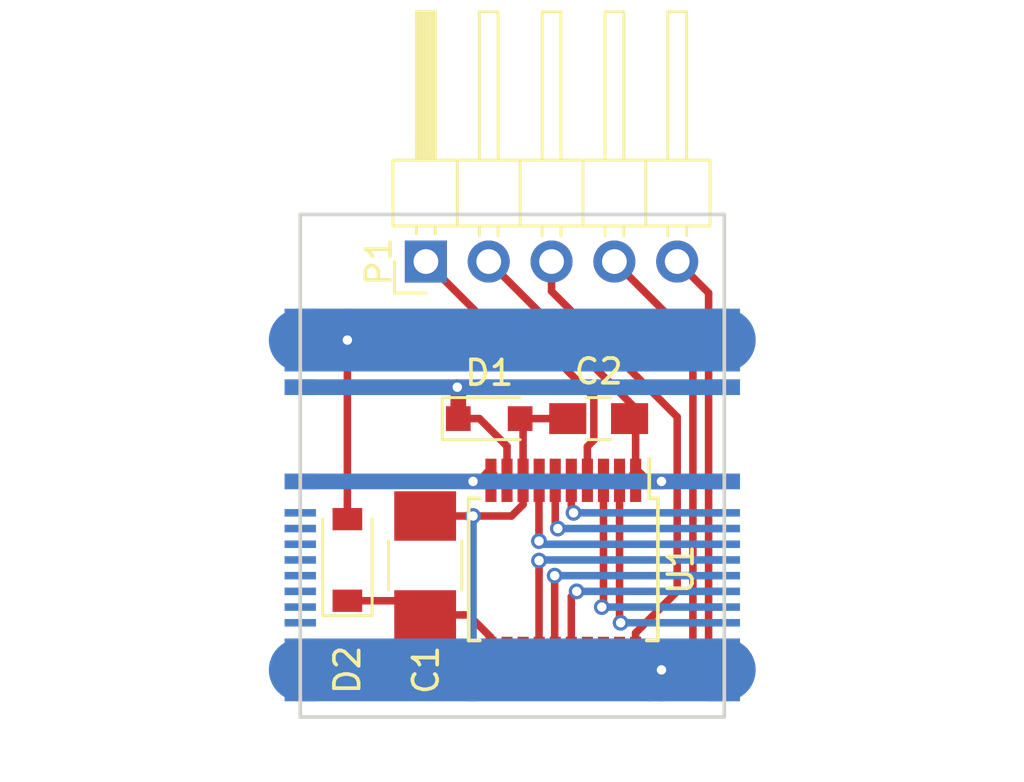
<source format=kicad_pcb>
(kicad_pcb (version 4) (host pcbnew 4.0.6-e0-6349~53~ubuntu16.04.1)

  (general
    (links 31)
    (no_connects 0)
    (area 114.072599 91.507362 155.802401 127.160001)
    (thickness 1.6)
    (drawings 6)
    (tracks 119)
    (zones 0)
    (modules 8)
    (nets 18)
  )

  (page A4)
  (layers
    (0 F.Cu signal)
    (31 B.Cu signal)
    (32 B.Adhes user)
    (33 F.Adhes user)
    (34 B.Paste user)
    (35 F.Paste user)
    (36 B.SilkS user)
    (37 F.SilkS user)
    (38 B.Mask user)
    (39 F.Mask user)
    (40 Dwgs.User user)
    (41 Cmts.User user)
    (42 Eco1.User user)
    (43 Eco2.User user)
    (44 Edge.Cuts user)
    (45 Margin user)
    (46 B.CrtYd user)
    (47 F.CrtYd user)
    (48 B.Fab user hide)
    (49 F.Fab user hide)
  )

  (setup
    (last_trace_width 0.3048)
    (trace_clearance 0.1524)
    (zone_clearance 0.508)
    (zone_45_only no)
    (trace_min 0.1524)
    (segment_width 0.2)
    (edge_width 0.15)
    (via_size 0.635)
    (via_drill 0.381)
    (via_min_size 0.508)
    (via_min_drill 0.254)
    (uvia_size 0.3)
    (uvia_drill 0.1)
    (uvias_allowed no)
    (uvia_min_size 0)
    (uvia_min_drill 0)
    (pcb_text_width 0.3)
    (pcb_text_size 1.5 1.5)
    (mod_edge_width 0.15)
    (mod_text_size 1 1)
    (mod_text_width 0.15)
    (pad_size 1.524 1.524)
    (pad_drill 0.762)
    (pad_to_mask_clearance 0.2)
    (aux_axis_origin 126.365 120.65)
    (visible_elements FFFFEF7F)
    (pcbplotparams
      (layerselection 0x000f0_80000001)
      (usegerberextensions false)
      (excludeedgelayer true)
      (linewidth 0.100000)
      (plotframeref false)
      (viasonmask false)
      (mode 1)
      (useauxorigin true)
      (hpglpennumber 1)
      (hpglpenspeed 20)
      (hpglpendiameter 15)
      (hpglpenoverlay 2)
      (psnegative false)
      (psa4output false)
      (plotreference true)
      (plotvalue true)
      (plotinvisibletext false)
      (padsonsilk false)
      (subtractmaskfromsilk false)
      (outputformat 1)
      (mirror false)
      (drillshape 0)
      (scaleselection 1)
      (outputdirectory gbr))
  )

  (net 0 "")
  (net 1 "Net-(C1-Pad1)")
  (net 2 GND)
  (net 3 +5V)
  (net 4 /LBUS)
  (net 5 +12V)
  (net 6 //MCLR)
  (net 7 /ICSPDAT)
  (net 8 /ICSPCLK)
  (net 9 /RA5)
  (net 10 /RA4)
  (net 11 /RC5)
  (net 12 /RC4)
  (net 13 /RC3)
  (net 14 "Net-(U1-Pad12)")
  (net 15 /RC2)
  (net 16 /RC1)
  (net 17 /RC0)

  (net_class Default "This is the default net class."
    (clearance 0.1524)
    (trace_width 0.3048)
    (via_dia 0.635)
    (via_drill 0.381)
    (uvia_dia 0.3)
    (uvia_drill 0.1)
    (add_net +12V)
    (add_net +5V)
    (add_net //MCLR)
    (add_net /ICSPCLK)
    (add_net /ICSPDAT)
    (add_net /LBUS)
    (add_net /RA4)
    (add_net /RA5)
    (add_net /RC0)
    (add_net /RC1)
    (add_net /RC2)
    (add_net /RC3)
    (add_net /RC4)
    (add_net /RC5)
    (add_net GND)
    (add_net "Net-(C1-Pad1)")
    (add_net "Net-(U1-Pad12)")
  )

  (module Capacitors_SMD:C_1210_HandSoldering (layer F.Cu) (tedit 58AA84FB) (tstamp 597E7C25)
    (at 131.415151 116.427741 90)
    (descr "Capacitor SMD 1210, hand soldering")
    (tags "capacitor 1210")
    (path /597E7A3D)
    (attr smd)
    (fp_text reference C1 (at -4.222259 0.029849 90) (layer F.SilkS)
      (effects (font (size 1 1) (thickness 0.15)))
    )
    (fp_text value 10uF (at 0 2.5 90) (layer F.Fab)
      (effects (font (size 1 1) (thickness 0.15)))
    )
    (fp_text user %R (at 0 0.029849 90) (layer F.Fab)
      (effects (font (size 1 1) (thickness 0.15)))
    )
    (fp_line (start -1.6 1.25) (end -1.6 -1.25) (layer F.Fab) (width 0.1))
    (fp_line (start 1.6 1.25) (end -1.6 1.25) (layer F.Fab) (width 0.1))
    (fp_line (start 1.6 -1.25) (end 1.6 1.25) (layer F.Fab) (width 0.1))
    (fp_line (start -1.6 -1.25) (end 1.6 -1.25) (layer F.Fab) (width 0.1))
    (fp_line (start 1 -1.48) (end -1 -1.48) (layer F.SilkS) (width 0.12))
    (fp_line (start -1 1.48) (end 1 1.48) (layer F.SilkS) (width 0.12))
    (fp_line (start -3.25 -1.5) (end 3.25 -1.5) (layer F.CrtYd) (width 0.05))
    (fp_line (start -3.25 -1.5) (end -3.25 1.5) (layer F.CrtYd) (width 0.05))
    (fp_line (start 3.25 1.5) (end 3.25 -1.5) (layer F.CrtYd) (width 0.05))
    (fp_line (start 3.25 1.5) (end -3.25 1.5) (layer F.CrtYd) (width 0.05))
    (pad 1 smd rect (at -2 0 90) (size 2 2.5) (layers F.Cu F.Paste F.Mask)
      (net 1 "Net-(C1-Pad1)"))
    (pad 2 smd rect (at 2 0 90) (size 2 2.5) (layers F.Cu F.Paste F.Mask)
      (net 2 GND))
    (model Capacitors_SMD.3dshapes/C_1210.wrl
      (at (xyz 0 0 0))
      (scale (xyz 1 1 1))
      (rotate (xyz 0 0 0))
    )
  )

  (module Capacitors_SMD:C_0805_HandSoldering (layer F.Cu) (tedit 58AA84A8) (tstamp 597E7C2B)
    (at 138.43 110.49 180)
    (descr "Capacitor SMD 0805, hand soldering")
    (tags "capacitor 0805")
    (path /597E7A35)
    (attr smd)
    (fp_text reference C2 (at 0 1.905 180) (layer F.SilkS)
      (effects (font (size 1 1) (thickness 0.15)))
    )
    (fp_text value 1uF (at 0 1.75 180) (layer F.Fab)
      (effects (font (size 1 1) (thickness 0.15)))
    )
    (fp_text user %R (at 0 -1.75 180) (layer F.Fab)
      (effects (font (size 1 1) (thickness 0.15)))
    )
    (fp_line (start -1 0.62) (end -1 -0.62) (layer F.Fab) (width 0.1))
    (fp_line (start 1 0.62) (end -1 0.62) (layer F.Fab) (width 0.1))
    (fp_line (start 1 -0.62) (end 1 0.62) (layer F.Fab) (width 0.1))
    (fp_line (start -1 -0.62) (end 1 -0.62) (layer F.Fab) (width 0.1))
    (fp_line (start 0.5 -0.85) (end -0.5 -0.85) (layer F.SilkS) (width 0.12))
    (fp_line (start -0.5 0.85) (end 0.5 0.85) (layer F.SilkS) (width 0.12))
    (fp_line (start -2.25 -0.88) (end 2.25 -0.88) (layer F.CrtYd) (width 0.05))
    (fp_line (start -2.25 -0.88) (end -2.25 0.87) (layer F.CrtYd) (width 0.05))
    (fp_line (start 2.25 0.87) (end 2.25 -0.88) (layer F.CrtYd) (width 0.05))
    (fp_line (start 2.25 0.87) (end -2.25 0.87) (layer F.CrtYd) (width 0.05))
    (pad 1 smd rect (at -1.25 0 180) (size 1.5 1.25) (layers F.Cu F.Paste F.Mask)
      (net 3 +5V))
    (pad 2 smd rect (at 1.25 0 180) (size 1.5 1.25) (layers F.Cu F.Paste F.Mask)
      (net 2 GND))
    (model Capacitors_SMD.3dshapes/C_0805.wrl
      (at (xyz 0 0 0))
      (scale (xyz 1 1 1))
      (rotate (xyz 0 0 0))
    )
  )

  (module Diodes_SMD:D_SOD-323_HandSoldering (layer F.Cu) (tedit 58641869) (tstamp 597E7C31)
    (at 134.005 110.49)
    (descr SOD-323)
    (tags SOD-323)
    (path /597E7A45)
    (attr smd)
    (fp_text reference D1 (at 0 -1.85) (layer F.SilkS)
      (effects (font (size 1 1) (thickness 0.15)))
    )
    (fp_text value RSB36V (at 0.1 1.9) (layer F.Fab)
      (effects (font (size 1 1) (thickness 0.15)))
    )
    (fp_text user %R (at 0 -1.85) (layer F.Fab)
      (effects (font (size 1 1) (thickness 0.15)))
    )
    (fp_line (start -1.9 -0.85) (end -1.9 0.85) (layer F.SilkS) (width 0.12))
    (fp_line (start 0.2 0) (end 0.45 0) (layer F.Fab) (width 0.1))
    (fp_line (start 0.2 0.35) (end -0.3 0) (layer F.Fab) (width 0.1))
    (fp_line (start 0.2 -0.35) (end 0.2 0.35) (layer F.Fab) (width 0.1))
    (fp_line (start -0.3 0) (end 0.2 -0.35) (layer F.Fab) (width 0.1))
    (fp_line (start -0.3 0) (end -0.5 0) (layer F.Fab) (width 0.1))
    (fp_line (start -0.3 -0.35) (end -0.3 0.35) (layer F.Fab) (width 0.1))
    (fp_line (start -0.9 0.7) (end -0.9 -0.7) (layer F.Fab) (width 0.1))
    (fp_line (start 0.9 0.7) (end -0.9 0.7) (layer F.Fab) (width 0.1))
    (fp_line (start 0.9 -0.7) (end 0.9 0.7) (layer F.Fab) (width 0.1))
    (fp_line (start -0.9 -0.7) (end 0.9 -0.7) (layer F.Fab) (width 0.1))
    (fp_line (start -2 -0.95) (end 2 -0.95) (layer F.CrtYd) (width 0.05))
    (fp_line (start 2 -0.95) (end 2 0.95) (layer F.CrtYd) (width 0.05))
    (fp_line (start -2 0.95) (end 2 0.95) (layer F.CrtYd) (width 0.05))
    (fp_line (start -2 -0.95) (end -2 0.95) (layer F.CrtYd) (width 0.05))
    (fp_line (start -1.9 0.85) (end 1.25 0.85) (layer F.SilkS) (width 0.12))
    (fp_line (start -1.9 -0.85) (end 1.25 -0.85) (layer F.SilkS) (width 0.12))
    (pad 1 smd rect (at -1.25 0) (size 1 1) (layers F.Cu F.Paste F.Mask)
      (net 4 /LBUS))
    (pad 2 smd rect (at 1.25 0) (size 1 1) (layers F.Cu F.Paste F.Mask)
      (net 2 GND))
    (model ${KISYS3DMOD}/Diodes_SMD.3dshapes/D_SOD-323.wrl
      (at (xyz 0 0 0))
      (scale (xyz 1 1 1))
      (rotate (xyz 0 0 0))
    )
  )

  (module Diodes_SMD:D_SOD-123 (layer F.Cu) (tedit 58645DC7) (tstamp 597E7C37)
    (at 128.27 116.205 90)
    (descr SOD-123)
    (tags SOD-123)
    (path /597E7A4D)
    (attr smd)
    (fp_text reference D2 (at -4.445 0 90) (layer F.SilkS)
      (effects (font (size 1 1) (thickness 0.15)))
    )
    (fp_text value 1N4148W-7-F (at 0 2.1 90) (layer F.Fab)
      (effects (font (size 1 1) (thickness 0.15)))
    )
    (fp_text user %R (at 0 -2 90) (layer F.Fab)
      (effects (font (size 1 1) (thickness 0.15)))
    )
    (fp_line (start -2.25 -1) (end -2.25 1) (layer F.SilkS) (width 0.12))
    (fp_line (start 0.25 0) (end 0.75 0) (layer F.Fab) (width 0.1))
    (fp_line (start 0.25 0.4) (end -0.35 0) (layer F.Fab) (width 0.1))
    (fp_line (start 0.25 -0.4) (end 0.25 0.4) (layer F.Fab) (width 0.1))
    (fp_line (start -0.35 0) (end 0.25 -0.4) (layer F.Fab) (width 0.1))
    (fp_line (start -0.35 0) (end -0.35 0.55) (layer F.Fab) (width 0.1))
    (fp_line (start -0.35 0) (end -0.35 -0.55) (layer F.Fab) (width 0.1))
    (fp_line (start -0.75 0) (end -0.35 0) (layer F.Fab) (width 0.1))
    (fp_line (start -1.4 0.9) (end -1.4 -0.9) (layer F.Fab) (width 0.1))
    (fp_line (start 1.4 0.9) (end -1.4 0.9) (layer F.Fab) (width 0.1))
    (fp_line (start 1.4 -0.9) (end 1.4 0.9) (layer F.Fab) (width 0.1))
    (fp_line (start -1.4 -0.9) (end 1.4 -0.9) (layer F.Fab) (width 0.1))
    (fp_line (start -2.35 -1.15) (end 2.35 -1.15) (layer F.CrtYd) (width 0.05))
    (fp_line (start 2.35 -1.15) (end 2.35 1.15) (layer F.CrtYd) (width 0.05))
    (fp_line (start 2.35 1.15) (end -2.35 1.15) (layer F.CrtYd) (width 0.05))
    (fp_line (start -2.35 -1.15) (end -2.35 1.15) (layer F.CrtYd) (width 0.05))
    (fp_line (start -2.25 1) (end 1.65 1) (layer F.SilkS) (width 0.12))
    (fp_line (start -2.25 -1) (end 1.65 -1) (layer F.SilkS) (width 0.12))
    (pad 1 smd rect (at -1.65 0 90) (size 0.9 1.2) (layers F.Cu F.Paste F.Mask)
      (net 1 "Net-(C1-Pad1)"))
    (pad 2 smd rect (at 1.65 0 90) (size 0.9 1.2) (layers F.Cu F.Paste F.Mask)
      (net 5 +12V))
    (model ${KISYS3DMOD}/Diodes_SMD.3dshapes/D_SOD-123.wrl
      (at (xyz 0 0 0))
      (scale (xyz 1 1 1))
      (rotate (xyz 0 0 0))
    )
  )

  (module Pin_Headers:Pin_Header_Angled_1x05_Pitch2.54mm (layer F.Cu) (tedit 59650532) (tstamp 597E7C40)
    (at 131.445 104.14 90)
    (descr "Through hole angled pin header, 1x05, 2.54mm pitch, 6mm pin length, single row")
    (tags "Through hole angled pin header THT 1x05 2.54mm single row")
    (path /597E7A7C)
    (fp_text reference P1 (at 0 -1.905 90) (layer F.SilkS)
      (effects (font (size 1 1) (thickness 0.15)))
    )
    (fp_text value MOLEX-22-28-6050 (at 4.385 12.43 90) (layer F.Fab)
      (effects (font (size 1 1) (thickness 0.15)))
    )
    (fp_line (start 2.135 -1.27) (end 4.04 -1.27) (layer F.Fab) (width 0.1))
    (fp_line (start 4.04 -1.27) (end 4.04 11.43) (layer F.Fab) (width 0.1))
    (fp_line (start 4.04 11.43) (end 1.5 11.43) (layer F.Fab) (width 0.1))
    (fp_line (start 1.5 11.43) (end 1.5 -0.635) (layer F.Fab) (width 0.1))
    (fp_line (start 1.5 -0.635) (end 2.135 -1.27) (layer F.Fab) (width 0.1))
    (fp_line (start -0.32 -0.32) (end 1.5 -0.32) (layer F.Fab) (width 0.1))
    (fp_line (start -0.32 -0.32) (end -0.32 0.32) (layer F.Fab) (width 0.1))
    (fp_line (start -0.32 0.32) (end 1.5 0.32) (layer F.Fab) (width 0.1))
    (fp_line (start 4.04 -0.32) (end 10.04 -0.32) (layer F.Fab) (width 0.1))
    (fp_line (start 10.04 -0.32) (end 10.04 0.32) (layer F.Fab) (width 0.1))
    (fp_line (start 4.04 0.32) (end 10.04 0.32) (layer F.Fab) (width 0.1))
    (fp_line (start -0.32 2.22) (end 1.5 2.22) (layer F.Fab) (width 0.1))
    (fp_line (start -0.32 2.22) (end -0.32 2.86) (layer F.Fab) (width 0.1))
    (fp_line (start -0.32 2.86) (end 1.5 2.86) (layer F.Fab) (width 0.1))
    (fp_line (start 4.04 2.22) (end 10.04 2.22) (layer F.Fab) (width 0.1))
    (fp_line (start 10.04 2.22) (end 10.04 2.86) (layer F.Fab) (width 0.1))
    (fp_line (start 4.04 2.86) (end 10.04 2.86) (layer F.Fab) (width 0.1))
    (fp_line (start -0.32 4.76) (end 1.5 4.76) (layer F.Fab) (width 0.1))
    (fp_line (start -0.32 4.76) (end -0.32 5.4) (layer F.Fab) (width 0.1))
    (fp_line (start -0.32 5.4) (end 1.5 5.4) (layer F.Fab) (width 0.1))
    (fp_line (start 4.04 4.76) (end 10.04 4.76) (layer F.Fab) (width 0.1))
    (fp_line (start 10.04 4.76) (end 10.04 5.4) (layer F.Fab) (width 0.1))
    (fp_line (start 4.04 5.4) (end 10.04 5.4) (layer F.Fab) (width 0.1))
    (fp_line (start -0.32 7.3) (end 1.5 7.3) (layer F.Fab) (width 0.1))
    (fp_line (start -0.32 7.3) (end -0.32 7.94) (layer F.Fab) (width 0.1))
    (fp_line (start -0.32 7.94) (end 1.5 7.94) (layer F.Fab) (width 0.1))
    (fp_line (start 4.04 7.3) (end 10.04 7.3) (layer F.Fab) (width 0.1))
    (fp_line (start 10.04 7.3) (end 10.04 7.94) (layer F.Fab) (width 0.1))
    (fp_line (start 4.04 7.94) (end 10.04 7.94) (layer F.Fab) (width 0.1))
    (fp_line (start -0.32 9.84) (end 1.5 9.84) (layer F.Fab) (width 0.1))
    (fp_line (start -0.32 9.84) (end -0.32 10.48) (layer F.Fab) (width 0.1))
    (fp_line (start -0.32 10.48) (end 1.5 10.48) (layer F.Fab) (width 0.1))
    (fp_line (start 4.04 9.84) (end 10.04 9.84) (layer F.Fab) (width 0.1))
    (fp_line (start 10.04 9.84) (end 10.04 10.48) (layer F.Fab) (width 0.1))
    (fp_line (start 4.04 10.48) (end 10.04 10.48) (layer F.Fab) (width 0.1))
    (fp_line (start 1.44 -1.33) (end 1.44 11.49) (layer F.SilkS) (width 0.12))
    (fp_line (start 1.44 11.49) (end 4.1 11.49) (layer F.SilkS) (width 0.12))
    (fp_line (start 4.1 11.49) (end 4.1 -1.33) (layer F.SilkS) (width 0.12))
    (fp_line (start 4.1 -1.33) (end 1.44 -1.33) (layer F.SilkS) (width 0.12))
    (fp_line (start 4.1 -0.38) (end 10.1 -0.38) (layer F.SilkS) (width 0.12))
    (fp_line (start 10.1 -0.38) (end 10.1 0.38) (layer F.SilkS) (width 0.12))
    (fp_line (start 10.1 0.38) (end 4.1 0.38) (layer F.SilkS) (width 0.12))
    (fp_line (start 4.1 -0.32) (end 10.1 -0.32) (layer F.SilkS) (width 0.12))
    (fp_line (start 4.1 -0.2) (end 10.1 -0.2) (layer F.SilkS) (width 0.12))
    (fp_line (start 4.1 -0.08) (end 10.1 -0.08) (layer F.SilkS) (width 0.12))
    (fp_line (start 4.1 0.04) (end 10.1 0.04) (layer F.SilkS) (width 0.12))
    (fp_line (start 4.1 0.16) (end 10.1 0.16) (layer F.SilkS) (width 0.12))
    (fp_line (start 4.1 0.28) (end 10.1 0.28) (layer F.SilkS) (width 0.12))
    (fp_line (start 1.11 -0.38) (end 1.44 -0.38) (layer F.SilkS) (width 0.12))
    (fp_line (start 1.11 0.38) (end 1.44 0.38) (layer F.SilkS) (width 0.12))
    (fp_line (start 1.44 1.27) (end 4.1 1.27) (layer F.SilkS) (width 0.12))
    (fp_line (start 4.1 2.16) (end 10.1 2.16) (layer F.SilkS) (width 0.12))
    (fp_line (start 10.1 2.16) (end 10.1 2.92) (layer F.SilkS) (width 0.12))
    (fp_line (start 10.1 2.92) (end 4.1 2.92) (layer F.SilkS) (width 0.12))
    (fp_line (start 1.042929 2.16) (end 1.44 2.16) (layer F.SilkS) (width 0.12))
    (fp_line (start 1.042929 2.92) (end 1.44 2.92) (layer F.SilkS) (width 0.12))
    (fp_line (start 1.44 3.81) (end 4.1 3.81) (layer F.SilkS) (width 0.12))
    (fp_line (start 4.1 4.7) (end 10.1 4.7) (layer F.SilkS) (width 0.12))
    (fp_line (start 10.1 4.7) (end 10.1 5.46) (layer F.SilkS) (width 0.12))
    (fp_line (start 10.1 5.46) (end 4.1 5.46) (layer F.SilkS) (width 0.12))
    (fp_line (start 1.042929 4.7) (end 1.44 4.7) (layer F.SilkS) (width 0.12))
    (fp_line (start 1.042929 5.46) (end 1.44 5.46) (layer F.SilkS) (width 0.12))
    (fp_line (start 1.44 6.35) (end 4.1 6.35) (layer F.SilkS) (width 0.12))
    (fp_line (start 4.1 7.24) (end 10.1 7.24) (layer F.SilkS) (width 0.12))
    (fp_line (start 10.1 7.24) (end 10.1 8) (layer F.SilkS) (width 0.12))
    (fp_line (start 10.1 8) (end 4.1 8) (layer F.SilkS) (width 0.12))
    (fp_line (start 1.042929 7.24) (end 1.44 7.24) (layer F.SilkS) (width 0.12))
    (fp_line (start 1.042929 8) (end 1.44 8) (layer F.SilkS) (width 0.12))
    (fp_line (start 1.44 8.89) (end 4.1 8.89) (layer F.SilkS) (width 0.12))
    (fp_line (start 4.1 9.78) (end 10.1 9.78) (layer F.SilkS) (width 0.12))
    (fp_line (start 10.1 9.78) (end 10.1 10.54) (layer F.SilkS) (width 0.12))
    (fp_line (start 10.1 10.54) (end 4.1 10.54) (layer F.SilkS) (width 0.12))
    (fp_line (start 1.042929 9.78) (end 1.44 9.78) (layer F.SilkS) (width 0.12))
    (fp_line (start 1.042929 10.54) (end 1.44 10.54) (layer F.SilkS) (width 0.12))
    (fp_line (start -1.27 0) (end -1.27 -1.27) (layer F.SilkS) (width 0.12))
    (fp_line (start -1.27 -1.27) (end 0 -1.27) (layer F.SilkS) (width 0.12))
    (fp_line (start -1.8 -1.8) (end -1.8 11.95) (layer F.CrtYd) (width 0.05))
    (fp_line (start -1.8 11.95) (end 10.55 11.95) (layer F.CrtYd) (width 0.05))
    (fp_line (start 10.55 11.95) (end 10.55 -1.8) (layer F.CrtYd) (width 0.05))
    (fp_line (start 10.55 -1.8) (end -1.8 -1.8) (layer F.CrtYd) (width 0.05))
    (fp_text user %R (at 2.77 5.08 180) (layer F.Fab)
      (effects (font (size 1 1) (thickness 0.15)))
    )
    (pad 1 thru_hole rect (at 0 0 90) (size 1.7 1.7) (drill 1) (layers *.Cu *.Mask)
      (net 6 //MCLR))
    (pad 2 thru_hole oval (at 0 2.54 90) (size 1.7 1.7) (drill 1) (layers *.Cu *.Mask)
      (net 3 +5V))
    (pad 3 thru_hole oval (at 0 5.08 90) (size 1.7 1.7) (drill 1) (layers *.Cu *.Mask)
      (net 2 GND))
    (pad 4 thru_hole oval (at 0 7.62 90) (size 1.7 1.7) (drill 1) (layers *.Cu *.Mask)
      (net 7 /ICSPDAT))
    (pad 5 thru_hole oval (at 0 10.16 90) (size 1.7 1.7) (drill 1) (layers *.Cu *.Mask)
      (net 8 /ICSPCLK))
    (model ${KISYS3DMOD}/Pin_Headers.3dshapes/Pin_Header_Angled_1x05_Pitch2.54mm.wrl
      (at (xyz 0 0 0))
      (scale (xyz 1 1 1))
      (rotate (xyz 0 0 0))
    )
  )

  (module Housings_SSOP:SSOP-20_5.3x7.2mm_Pitch0.65mm (layer F.Cu) (tedit 54130A77) (tstamp 597E7C58)
    (at 136.999151 116.586 270)
    (descr "20-Lead Plastic Shrink Small Outline (SS)-5.30 mm Body [SSOP] (see Microchip Packaging Specification 00000049BS.pdf)")
    (tags "SSOP 0.65")
    (path /597E7A99)
    (attr smd)
    (fp_text reference U1 (at 0 -4.75 270) (layer F.SilkS)
      (effects (font (size 1 1) (thickness 0.15)))
    )
    (fp_text value PIC16F1829LIN (at 0 4.75 270) (layer F.Fab)
      (effects (font (size 1 1) (thickness 0.15)))
    )
    (fp_line (start -1.65 -3.6) (end 2.65 -3.6) (layer F.Fab) (width 0.15))
    (fp_line (start 2.65 -3.6) (end 2.65 3.6) (layer F.Fab) (width 0.15))
    (fp_line (start 2.65 3.6) (end -2.65 3.6) (layer F.Fab) (width 0.15))
    (fp_line (start -2.65 3.6) (end -2.65 -2.6) (layer F.Fab) (width 0.15))
    (fp_line (start -2.65 -2.6) (end -1.65 -3.6) (layer F.Fab) (width 0.15))
    (fp_line (start -4.75 -4) (end -4.75 4) (layer F.CrtYd) (width 0.05))
    (fp_line (start 4.75 -4) (end 4.75 4) (layer F.CrtYd) (width 0.05))
    (fp_line (start -4.75 -4) (end 4.75 -4) (layer F.CrtYd) (width 0.05))
    (fp_line (start -4.75 4) (end 4.75 4) (layer F.CrtYd) (width 0.05))
    (fp_line (start -2.875 -3.825) (end -2.875 -3.475) (layer F.SilkS) (width 0.15))
    (fp_line (start 2.875 -3.825) (end 2.875 -3.375) (layer F.SilkS) (width 0.15))
    (fp_line (start 2.875 3.825) (end 2.875 3.375) (layer F.SilkS) (width 0.15))
    (fp_line (start -2.875 3.825) (end -2.875 3.375) (layer F.SilkS) (width 0.15))
    (fp_line (start -2.875 -3.825) (end 2.875 -3.825) (layer F.SilkS) (width 0.15))
    (fp_line (start -2.875 3.825) (end 2.875 3.825) (layer F.SilkS) (width 0.15))
    (fp_line (start -2.875 -3.475) (end -4.475 -3.475) (layer F.SilkS) (width 0.15))
    (fp_text user %R (at 0 0 270) (layer F.Fab)
      (effects (font (size 0.8 0.8) (thickness 0.15)))
    )
    (pad 1 smd rect (at -3.6 -2.925 270) (size 1.75 0.45) (layers F.Cu F.Paste F.Mask)
      (net 3 +5V))
    (pad 2 smd rect (at -3.6 -2.275 270) (size 1.75 0.45) (layers F.Cu F.Paste F.Mask)
      (net 9 /RA5))
    (pad 3 smd rect (at -3.6 -1.625 270) (size 1.75 0.45) (layers F.Cu F.Paste F.Mask)
      (net 10 /RA4))
    (pad 4 smd rect (at -3.6 -0.975 270) (size 1.75 0.45) (layers F.Cu F.Paste F.Mask)
      (net 6 //MCLR))
    (pad 5 smd rect (at -3.6 -0.325 270) (size 1.75 0.45) (layers F.Cu F.Paste F.Mask)
      (net 11 /RC5))
    (pad 6 smd rect (at -3.6 0.325 270) (size 1.75 0.45) (layers F.Cu F.Paste F.Mask)
      (net 12 /RC4))
    (pad 7 smd rect (at -3.6 0.975 270) (size 1.75 0.45) (layers F.Cu F.Paste F.Mask)
      (net 13 /RC3))
    (pad 8 smd rect (at -3.6 1.625 270) (size 1.75 0.45) (layers F.Cu F.Paste F.Mask)
      (net 2 GND))
    (pad 9 smd rect (at -3.6 2.275 270) (size 1.75 0.45) (layers F.Cu F.Paste F.Mask)
      (net 4 /LBUS))
    (pad 10 smd rect (at -3.6 2.925 270) (size 1.75 0.45) (layers F.Cu F.Paste F.Mask)
      (net 3 +5V))
    (pad 11 smd rect (at 3.6 2.925 270) (size 1.75 0.45) (layers F.Cu F.Paste F.Mask)
      (net 1 "Net-(C1-Pad1)"))
    (pad 12 smd rect (at 3.6 2.275 270) (size 1.75 0.45) (layers F.Cu F.Paste F.Mask)
      (net 14 "Net-(U1-Pad12)"))
    (pad 13 smd rect (at 3.6 1.625 270) (size 1.75 0.45) (layers F.Cu F.Paste F.Mask)
      (net 14 "Net-(U1-Pad12)"))
    (pad 14 smd rect (at 3.6 0.975 270) (size 1.75 0.45) (layers F.Cu F.Paste F.Mask)
      (net 15 /RC2))
    (pad 15 smd rect (at 3.6 0.325 270) (size 1.75 0.45) (layers F.Cu F.Paste F.Mask)
      (net 16 /RC1))
    (pad 16 smd rect (at 3.6 -0.325 270) (size 1.75 0.45) (layers F.Cu F.Paste F.Mask)
      (net 17 /RC0))
    (pad 17 smd rect (at 3.6 -0.975 270) (size 1.75 0.45) (layers F.Cu F.Paste F.Mask))
    (pad 18 smd rect (at 3.6 -1.625 270) (size 1.75 0.45) (layers F.Cu F.Paste F.Mask)
      (net 8 /ICSPCLK))
    (pad 19 smd rect (at 3.6 -2.275 270) (size 1.75 0.45) (layers F.Cu F.Paste F.Mask)
      (net 7 /ICSPDAT))
    (pad 20 smd rect (at 3.6 -2.925 270) (size 1.75 0.45) (layers F.Cu F.Paste F.Mask)
      (net 2 GND))
    (model ${KISYS3DMOD}/Housings_SSOP.3dshapes/SSOP-20_5.3x7.2mm_Pitch0.65mm.wrl
      (at (xyz 0 0 0))
      (scale (xyz 1 1 1))
      (rotate (xyz 0 0 0))
    )
  )

  (module interface:interface (layer F.Cu) (tedit 597E72C6) (tstamp 597E7C68)
    (at 126.365 102.87)
    (path /597E7E88)
    (fp_text reference X1 (at 0 20.32) (layer F.SilkS) hide
      (effects (font (size 1 1) (thickness 0.15)))
    )
    (fp_text value interface (at 0 -1.27) (layer F.Fab) hide
      (effects (font (size 1 1) (thickness 0.15)))
    )
    (fp_line (start -5.715 4.445) (end -5.715 5.715) (layer F.Fab) (width 0.15))
    (fp_line (start -5.08 5.08) (end -6.35 5.08) (layer F.Fab) (width 0.15))
    (fp_line (start 5.715 4.445) (end 5.715 5.715) (layer F.Fab) (width 0.15))
    (fp_line (start 5.08 5.08) (end 6.35 5.08) (layer F.Fab) (width 0.15))
    (fp_line (start -11.43 -0.635) (end -11.43 0) (layer F.Fab) (width 0.15))
    (fp_line (start -12.065 -0.635) (end -10.795 -0.635) (layer F.Fab) (width 0.15))
    (fp_line (start -12.065 19.685) (end -10.795 19.685) (layer F.Fab) (width 0.15))
    (fp_line (start -11.43 19.685) (end -11.43 19.05) (layer F.Fab) (width 0.15))
    (fp_line (start 11.43 -0.635) (end 11.43 0) (layer F.Fab) (width 0.15))
    (fp_line (start 10.795 -0.635) (end 12.065 -0.635) (layer F.Fab) (width 0.15))
    (fp_line (start 0 -0.635) (end 0 0) (layer F.Fab) (width 0.15))
    (fp_line (start -0.635 -0.635) (end 0.635 -0.635) (layer F.Fab) (width 0.15))
    (fp_line (start 10.795 19.685) (end 12.065 19.685) (layer F.Fab) (width 0.15))
    (fp_line (start 11.43 19.685) (end 11.43 19.05) (layer F.Fab) (width 0.15))
    (fp_line (start 0 19.05) (end 0 19.685) (layer F.Fab) (width 0.15))
    (fp_line (start -0.635 19.685) (end 0.635 19.685) (layer F.Fab) (width 0.15))
    (pad 1 smd rect (at 0 4.445) (size 1.27 2.54) (layers B.Cu)
      (net 5 +12V))
    (pad 2 smd rect (at 0 17.78) (size 1.27 2.54) (layers B.Cu)
      (net 2 GND))
    (pad 3 smd rect (at 0 6.35) (size 1.27 0.635) (layers B.Cu)
      (net 4 /LBUS))
    (pad 5 smd rect (at 0 11.43) (size 1.27 0.3048) (layers B.Cu))
    (pad 6 smd rect (at 0 12.065) (size 1.27 0.3048) (layers B.Cu))
    (pad 7 smd rect (at 0 12.7) (size 1.27 0.3048) (layers B.Cu))
    (pad 8 smd rect (at 0 13.335) (size 1.27 0.3048) (layers B.Cu))
    (pad 9 smd rect (at 0 13.97) (size 1.27 0.3048) (layers B.Cu))
    (pad 10 smd rect (at 0 14.605) (size 1.27 0.3048) (layers B.Cu))
    (pad 11 smd rect (at 0 15.24) (size 1.27 0.3048) (layers B.Cu))
    (pad 12 smd rect (at 0 15.875) (size 1.27 0.3048) (layers B.Cu))
    (pad 4 smd rect (at 0 10.16) (size 1.27 0.635) (layers B.Cu)
      (net 3 +5V))
  )

  (module interface:interface (layer F.Cu) (tedit 597E72C6) (tstamp 597E7C78)
    (at 143.51 102.87)
    (path /597E7CE4)
    (fp_text reference X2 (at 0 20.32) (layer F.SilkS) hide
      (effects (font (size 1 1) (thickness 0.15)))
    )
    (fp_text value interface (at 0 -1.27) (layer F.Fab) hide
      (effects (font (size 1 1) (thickness 0.15)))
    )
    (fp_line (start -5.715 4.445) (end -5.715 5.715) (layer F.Fab) (width 0.15))
    (fp_line (start -5.08 5.08) (end -6.35 5.08) (layer F.Fab) (width 0.15))
    (fp_line (start 5.715 4.445) (end 5.715 5.715) (layer F.Fab) (width 0.15))
    (fp_line (start 5.08 5.08) (end 6.35 5.08) (layer F.Fab) (width 0.15))
    (fp_line (start -11.43 -0.635) (end -11.43 0) (layer F.Fab) (width 0.15))
    (fp_line (start -12.065 -0.635) (end -10.795 -0.635) (layer F.Fab) (width 0.15))
    (fp_line (start -12.065 19.685) (end -10.795 19.685) (layer F.Fab) (width 0.15))
    (fp_line (start -11.43 19.685) (end -11.43 19.05) (layer F.Fab) (width 0.15))
    (fp_line (start 11.43 -0.635) (end 11.43 0) (layer F.Fab) (width 0.15))
    (fp_line (start 10.795 -0.635) (end 12.065 -0.635) (layer F.Fab) (width 0.15))
    (fp_line (start 0 -0.635) (end 0 0) (layer F.Fab) (width 0.15))
    (fp_line (start -0.635 -0.635) (end 0.635 -0.635) (layer F.Fab) (width 0.15))
    (fp_line (start 10.795 19.685) (end 12.065 19.685) (layer F.Fab) (width 0.15))
    (fp_line (start 11.43 19.685) (end 11.43 19.05) (layer F.Fab) (width 0.15))
    (fp_line (start 0 19.05) (end 0 19.685) (layer F.Fab) (width 0.15))
    (fp_line (start -0.635 19.685) (end 0.635 19.685) (layer F.Fab) (width 0.15))
    (pad 1 smd rect (at 0 4.445) (size 1.27 2.54) (layers B.Cu)
      (net 5 +12V))
    (pad 2 smd rect (at 0 17.78) (size 1.27 2.54) (layers B.Cu)
      (net 2 GND))
    (pad 3 smd rect (at 0 6.35) (size 1.27 0.635) (layers B.Cu)
      (net 4 /LBUS))
    (pad 5 smd rect (at 0 11.43) (size 1.27 0.3048) (layers B.Cu)
      (net 11 /RC5))
    (pad 6 smd rect (at 0 12.065) (size 1.27 0.3048) (layers B.Cu)
      (net 12 /RC4))
    (pad 7 smd rect (at 0 12.7) (size 1.27 0.3048) (layers B.Cu)
      (net 13 /RC3))
    (pad 8 smd rect (at 0 13.335) (size 1.27 0.3048) (layers B.Cu)
      (net 15 /RC2))
    (pad 9 smd rect (at 0 13.97) (size 1.27 0.3048) (layers B.Cu)
      (net 16 /RC1))
    (pad 10 smd rect (at 0 14.605) (size 1.27 0.3048) (layers B.Cu)
      (net 17 /RC0))
    (pad 11 smd rect (at 0 15.24) (size 1.27 0.3048) (layers B.Cu)
      (net 10 /RA4))
    (pad 12 smd rect (at 0 15.875) (size 1.27 0.3048) (layers B.Cu)
      (net 9 /RA5))
    (pad 4 smd rect (at 0 10.16) (size 1.27 0.635) (layers B.Cu)
      (net 3 +5V))
  )

  (dimension 17.145 (width 0.3) (layer Dwgs.User)
    (gr_text "0.6750 in" (at 134.9375 125.81) (layer Dwgs.User)
      (effects (font (size 1.5 1.5) (thickness 0.3)))
    )
    (feature1 (pts (xy 143.51 122.555) (xy 143.51 127.16)))
    (feature2 (pts (xy 126.365 122.555) (xy 126.365 127.16)))
    (crossbar (pts (xy 126.365 124.46) (xy 143.51 124.46)))
    (arrow1a (pts (xy 143.51 124.46) (xy 142.383496 125.046421)))
    (arrow1b (pts (xy 143.51 124.46) (xy 142.383496 123.873579)))
    (arrow2a (pts (xy 126.365 124.46) (xy 127.491504 125.046421)))
    (arrow2b (pts (xy 126.365 124.46) (xy 127.491504 123.873579)))
  )
  (dimension 20.32 (width 0.3) (layer Dwgs.User)
    (gr_text "0.8000 in" (at 147.4 112.395 270) (layer Dwgs.User)
      (effects (font (size 1.5 1.5) (thickness 0.3)))
    )
    (feature1 (pts (xy 143.51 122.555) (xy 148.75 122.555)))
    (feature2 (pts (xy 143.51 102.235) (xy 148.75 102.235)))
    (crossbar (pts (xy 146.05 102.235) (xy 146.05 122.555)))
    (arrow1a (pts (xy 146.05 122.555) (xy 145.463579 121.428496)))
    (arrow1b (pts (xy 146.05 122.555) (xy 146.636421 121.428496)))
    (arrow2a (pts (xy 146.05 102.235) (xy 145.463579 103.361504)))
    (arrow2b (pts (xy 146.05 102.235) (xy 146.636421 103.361504)))
  )
  (gr_line (start 126.365 122.555) (end 143.51 122.555) (layer Edge.Cuts) (width 0.15))
  (gr_line (start 126.365 102.235) (end 126.365 122.555) (layer Edge.Cuts) (width 0.15))
  (gr_line (start 143.51 102.235) (end 126.365 102.235) (layer Edge.Cuts) (width 0.15))
  (gr_line (start 143.51 122.555) (end 143.51 102.235) (layer Edge.Cuts) (width 0.15))

  (segment (start 128.27 117.855) (end 130.84241 117.855) (width 0.3048) (layer F.Cu) (net 1))
  (segment (start 130.84241 117.855) (end 131.415151 118.427741) (width 0.3048) (layer F.Cu) (net 1))
  (segment (start 131.150115 118.692777) (end 131.415151 118.427741) (width 0.3048) (layer F.Cu) (net 1))
  (segment (start 134.074151 119.983741) (end 134.074151 119.333741) (width 0.3048) (layer F.Cu) (net 1))
  (segment (start 134.074151 119.333741) (end 133.168151 118.427741) (width 0.3048) (layer F.Cu) (net 1))
  (segment (start 133.168151 118.427741) (end 132.969951 118.427741) (width 0.3048) (layer F.Cu) (net 1))
  (segment (start 132.969951 118.427741) (end 131.415151 118.427741) (width 0.3048) (layer F.Cu) (net 1))
  (segment (start 143.51 120.65) (end 140.970014 120.65) (width 2.54) (layer B.Cu) (net 2))
  (segment (start 140.970014 120.65) (end 140.97 120.649986) (width 2.54) (layer B.Cu) (net 2))
  (segment (start 133.35 120.65) (end 126.365 120.65) (width 2.54) (layer B.Cu) (net 2))
  (segment (start 136.525 104.14) (end 136.525 105.342081) (width 0.3048) (layer F.Cu) (net 2))
  (segment (start 136.525 105.342081) (end 141.605 110.422081) (width 0.3048) (layer F.Cu) (net 2))
  (segment (start 141.605 117.475) (end 139.924151 119.155849) (width 0.3048) (layer F.Cu) (net 2))
  (segment (start 141.605 110.422081) (end 141.605 117.475) (width 0.3048) (layer F.Cu) (net 2))
  (segment (start 139.924151 119.155849) (end 139.924151 119.983741) (width 0.3048) (layer F.Cu) (net 2))
  (segment (start 139.924151 119.983741) (end 140.453951 119.983741) (width 0.3048) (layer F.Cu) (net 2))
  (segment (start 140.520988 120.649986) (end 140.97 120.649986) (width 2.54) (layer B.Cu) (net 2))
  (segment (start 133.35 120.65) (end 133.350014 120.649986) (width 2.54) (layer B.Cu) (net 2))
  (segment (start 140.453951 119.983741) (end 140.97 120.49979) (width 0.3048) (layer F.Cu) (net 2))
  (via (at 140.97 120.649986) (size 0.635) (drill 0.381) (layers F.Cu B.Cu) (net 2))
  (segment (start 140.97 120.49979) (end 140.97 120.649986) (width 0.3048) (layer F.Cu) (net 2))
  (segment (start 133.350014 120.649986) (end 140.520988 120.649986) (width 2.54) (layer B.Cu) (net 2))
  (segment (start 133.35 120.65) (end 133.35 114.427741) (width 0.3048) (layer B.Cu) (net 2))
  (segment (start 131.415151 114.427741) (end 133.35 114.427741) (width 0.3048) (layer F.Cu) (net 2))
  (segment (start 133.35 114.427741) (end 134.909951 114.427741) (width 0.3048) (layer F.Cu) (net 2))
  (via (at 133.35 114.427741) (size 0.635) (drill 0.381) (layers F.Cu B.Cu) (net 2))
  (segment (start 135.374151 112.783741) (end 135.374151 110.609151) (width 0.3048) (layer F.Cu) (net 2))
  (segment (start 135.374151 110.609151) (end 135.255 110.49) (width 0.3048) (layer F.Cu) (net 2))
  (segment (start 137.18 110.49) (end 135.255 110.49) (width 0.3048) (layer F.Cu) (net 2))
  (segment (start 134.909951 114.427741) (end 135.374151 113.963541) (width 0.3048) (layer F.Cu) (net 2))
  (segment (start 135.374151 113.963541) (end 135.374151 112.783741) (width 0.3048) (layer F.Cu) (net 2))
  (segment (start 143.51 113.03) (end 140.97 113.03) (width 0.635) (layer B.Cu) (net 3))
  (segment (start 126.365 113.03) (end 133.35 113.03) (width 0.635) (layer B.Cu) (net 3))
  (segment (start 133.985 104.14) (end 139.924151 110.079151) (width 0.3048) (layer F.Cu) (net 3))
  (segment (start 139.924151 110.079151) (end 139.924151 112.783741) (width 0.3048) (layer F.Cu) (net 3))
  (segment (start 133.35 113.03) (end 133.799012 113.03) (width 0.635) (layer F.Cu) (net 3))
  (segment (start 133.799012 113.03) (end 134.02925 112.799762) (width 0.635) (layer F.Cu) (net 3))
  (segment (start 134.02925 112.799762) (end 134.02925 112.783741) (width 0.635) (layer F.Cu) (net 3))
  (segment (start 140.97 113.03) (end 133.35 113.03) (width 0.635) (layer B.Cu) (net 3))
  (via (at 133.35 113.03) (size 0.635) (drill 0.381) (layers F.Cu B.Cu) (net 3))
  (segment (start 140.97 113.03) (end 140.215311 113.03) (width 0.635) (layer F.Cu) (net 3))
  (segment (start 140.215311 113.03) (end 139.969052 112.783741) (width 0.635) (layer F.Cu) (net 3))
  (via (at 140.97 113.03) (size 0.635) (drill 0.381) (layers F.Cu B.Cu) (net 3))
  (segment (start 143.51 109.22) (end 133.985 109.22) (width 0.635) (layer B.Cu) (net 4))
  (segment (start 133.985 109.22) (end 132.715 109.22) (width 0.635) (layer B.Cu) (net 4))
  (segment (start 132.715 109.22) (end 126.365 109.22) (width 0.635) (layer B.Cu) (net 4))
  (segment (start 132.755 110.49) (end 132.755 109.26) (width 0.635) (layer F.Cu) (net 4))
  (segment (start 132.755 109.26) (end 132.715 109.22) (width 0.635) (layer F.Cu) (net 4))
  (via (at 132.715 109.22) (size 0.635) (drill 0.381) (layers F.Cu B.Cu) (net 4))
  (segment (start 134.724151 112.783741) (end 134.724151 111.603941) (width 0.3048) (layer F.Cu) (net 4))
  (segment (start 134.724151 111.603941) (end 133.61021 110.49) (width 0.3048) (layer F.Cu) (net 4))
  (segment (start 133.61021 110.49) (end 133.5598 110.49) (width 0.3048) (layer F.Cu) (net 4))
  (segment (start 133.5598 110.49) (end 132.755 110.49) (width 0.3048) (layer F.Cu) (net 4))
  (segment (start 126.365 107.315) (end 128.27 107.315) (width 2.54) (layer B.Cu) (net 5))
  (segment (start 143.51 107.315) (end 128.27 107.315) (width 2.54) (layer B.Cu) (net 5))
  (segment (start 128.27 114.555) (end 128.27 107.315) (width 0.3048) (layer F.Cu) (net 5))
  (via (at 128.27 107.315) (size 0.635) (drill 0.381) (layers F.Cu B.Cu) (net 5))
  (segment (start 137.974151 112.783741) (end 137.974151 111.619491) (width 0.3048) (layer F.Cu) (net 6))
  (segment (start 137.974151 111.619491) (end 138.234801 111.358841) (width 0.3048) (layer F.Cu) (net 6))
  (segment (start 138.234801 111.358841) (end 138.234801 109.621159) (width 0.3048) (layer F.Cu) (net 6))
  (segment (start 138.234801 109.621159) (end 136.563642 107.95) (width 0.3048) (layer F.Cu) (net 6))
  (segment (start 136.563642 107.95) (end 135.255 107.95) (width 0.3048) (layer F.Cu) (net 6))
  (segment (start 135.255 107.95) (end 131.445 104.14) (width 0.3048) (layer F.Cu) (net 6))
  (segment (start 131.703642 104.14) (end 131.445 104.14) (width 0.3048) (layer F.Cu) (net 6))
  (segment (start 139.382925 121.272315) (end 139.274151 121.163541) (width 0.3048) (layer F.Cu) (net 7))
  (segment (start 139.065 104.14) (end 142.24 107.315) (width 0.3048) (layer F.Cu) (net 7))
  (segment (start 142.24 107.315) (end 142.24 120.30102) (width 0.3048) (layer F.Cu) (net 7))
  (segment (start 142.24 120.30102) (end 141.268705 121.272315) (width 0.3048) (layer F.Cu) (net 7))
  (segment (start 139.274151 121.163541) (end 139.274151 119.983741) (width 0.3048) (layer F.Cu) (net 7))
  (segment (start 141.268705 121.272315) (end 139.382925 121.272315) (width 0.3048) (layer F.Cu) (net 7))
  (segment (start 141.605 104.14) (end 142.875 105.41) (width 0.3048) (layer F.Cu) (net 8))
  (segment (start 142.875 120.65) (end 141.795476 121.729524) (width 0.3048) (layer F.Cu) (net 8))
  (segment (start 142.875 105.41) (end 142.875 120.65) (width 0.3048) (layer F.Cu) (net 8))
  (segment (start 141.795476 121.729524) (end 139.190134 121.729524) (width 0.3048) (layer F.Cu) (net 8))
  (segment (start 139.190134 121.729524) (end 138.624151 121.163541) (width 0.3048) (layer F.Cu) (net 8))
  (segment (start 138.624151 121.163541) (end 138.624151 119.983741) (width 0.3048) (layer F.Cu) (net 8))
  (segment (start 140.97 104.14) (end 141.605 104.14) (width 0.3048) (layer F.Cu) (net 8))
  (segment (start 143.51 118.745) (end 139.319 118.745) (width 0.3048) (layer B.Cu) (net 9))
  (segment (start 139.274151 112.986) (end 139.274151 118.700151) (width 0.3048) (layer F.Cu) (net 9))
  (segment (start 139.274151 118.700151) (end 139.319 118.745) (width 0.3048) (layer F.Cu) (net 9))
  (via (at 139.319 118.745) (size 0.635) (drill 0.381) (layers F.Cu B.Cu) (net 9))
  (segment (start 139.274151 112.783741) (end 139.319 112.82859) (width 0.3048) (layer F.Cu) (net 9))
  (segment (start 143.51 118.11) (end 138.557 118.11) (width 0.3048) (layer B.Cu) (net 10))
  (segment (start 138.624151 112.986) (end 138.624151 118.042849) (width 0.3048) (layer F.Cu) (net 10))
  (segment (start 138.624151 118.042849) (end 138.557 118.11) (width 0.3048) (layer F.Cu) (net 10))
  (via (at 138.557 118.11) (size 0.635) (drill 0.381) (layers F.Cu B.Cu) (net 10))
  (segment (start 143.51 114.3) (end 137.414 114.3) (width 0.3048) (layer B.Cu) (net 11))
  (segment (start 137.324151 112.986) (end 137.324151 114.210151) (width 0.3048) (layer F.Cu) (net 11))
  (segment (start 137.324151 114.210151) (end 137.414 114.3) (width 0.3048) (layer F.Cu) (net 11))
  (segment (start 137.324151 112.783741) (end 137.414 112.87359) (width 0.3048) (layer F.Cu) (net 11))
  (via (at 137.414 114.3) (size 0.635) (drill 0.381) (layers F.Cu B.Cu) (net 11))
  (segment (start 143.51 114.935) (end 136.779002 114.935) (width 0.3048) (layer B.Cu) (net 12))
  (segment (start 136.674151 112.986) (end 136.674151 114.830149) (width 0.3048) (layer F.Cu) (net 12))
  (segment (start 136.674151 114.830149) (end 136.779002 114.935) (width 0.3048) (layer F.Cu) (net 12))
  (via (at 136.779002 114.935) (size 0.635) (drill 0.381) (layers F.Cu B.Cu) (net 12))
  (segment (start 143.51 115.57) (end 136.144 115.57) (width 0.3048) (layer B.Cu) (net 13))
  (segment (start 136.144 115.57) (end 136.017 115.443) (width 0.3048) (layer B.Cu) (net 13))
  (segment (start 136.017 112.790892) (end 136.017 114.993988) (width 0.3048) (layer F.Cu) (net 13))
  (segment (start 136.024151 112.783741) (end 136.017 112.790892) (width 0.3048) (layer F.Cu) (net 13))
  (via (at 136.017 115.443) (size 0.635) (drill 0.381) (layers F.Cu B.Cu) (net 13))
  (segment (start 136.017 114.993988) (end 136.017 115.443) (width 0.3048) (layer F.Cu) (net 13))
  (segment (start 135.374151 119.983741) (end 134.724151 119.983741) (width 0.3048) (layer F.Cu) (net 14))
  (segment (start 143.51 116.205) (end 136.04489 116.205) (width 0.3048) (layer B.Cu) (net 15))
  (segment (start 136.04489 116.205) (end 136.019482 116.230408) (width 0.3048) (layer B.Cu) (net 15))
  (segment (start 136.019482 119.979072) (end 136.019482 116.67942) (width 0.3048) (layer F.Cu) (net 15))
  (segment (start 136.024151 119.983741) (end 136.019482 119.979072) (width 0.3048) (layer F.Cu) (net 15))
  (segment (start 136.019482 116.67942) (end 136.019482 116.230408) (width 0.3048) (layer F.Cu) (net 15))
  (via (at 136.019482 116.230408) (size 0.635) (drill 0.381) (layers F.Cu B.Cu) (net 15))
  (segment (start 143.51 116.84) (end 136.652 116.84) (width 0.3048) (layer B.Cu) (net 16))
  (segment (start 136.652 117.289012) (end 136.652 116.84) (width 0.3048) (layer F.Cu) (net 16))
  (segment (start 136.674151 119.983741) (end 136.652 119.96159) (width 0.3048) (layer F.Cu) (net 16))
  (segment (start 136.652 119.96159) (end 136.652 117.289012) (width 0.3048) (layer F.Cu) (net 16))
  (via (at 136.652 116.84) (size 0.635) (drill 0.381) (layers F.Cu B.Cu) (net 16))
  (segment (start 143.51 117.475) (end 137.541004 117.475) (width 0.3048) (layer B.Cu) (net 17))
  (segment (start 137.541004 117.475) (end 137.541 117.475004) (width 0.3048) (layer B.Cu) (net 17))
  (segment (start 137.324151 119.983741) (end 137.324151 117.691849) (width 0.3048) (layer F.Cu) (net 17))
  (segment (start 137.324151 117.691849) (end 137.541 117.475) (width 0.3048) (layer F.Cu) (net 17))
  (segment (start 137.541 117.475) (end 137.541 117.475004) (width 0.3048) (layer F.Cu) (net 17))
  (via (at 137.541 117.475004) (size 0.635) (drill 0.381) (layers F.Cu B.Cu) (net 17))

)

</source>
